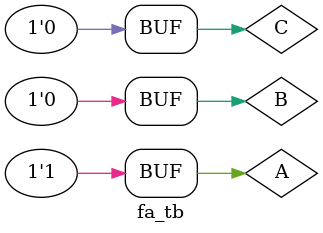
<source format=v>
module fa_tb();

reg A, B, C;
wire D, E;

fa uut(A, B, C, D, E);

initial begin
	/*
	$dumpfile("dmp.vcb");
	$dumpvars(0, tb_fa);
	*/
	A = 0;
	B = 0;
	C = 0;
	#10;

	A = 1;
	B = 1;
	C = 1;
	#10;
	
	A = 1;
	B = 0;
	C = 1;
	#10;

	A = 0;
	B = 1;
	C = 1;
	#10;
	
	A = 1;	
	B = 1;
	C = 0;
	#10;

	A = 0;
	B = 0;
	C = 1;
	#10;

	A = 0;
	B = 1;
	C = 0;
	#10;

	A = 1;
	B = 0;
	C = 0;
	#10;

end
endmodule

</source>
